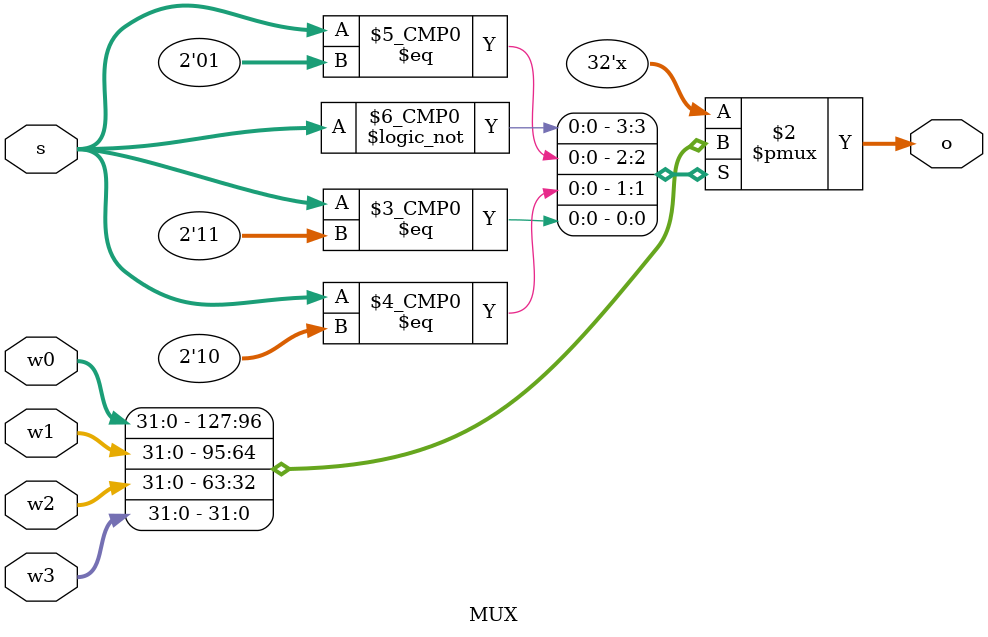
<source format=v>
`timescale 1ns / 1ps

module MUX#(parameter WIDTH = 32)(
    input [1:0] s,
    input [WIDTH-1:0] w0,w1,w2,w3,
    output reg [WIDTH-1:0] o
    );
    always @(*) begin
        case(s)
            2'b00: o=w0;
            2'b01: o=w1;
            2'b10: o=w2;
            2'b11: o=w3;
        endcase
    end
endmodule
</source>
